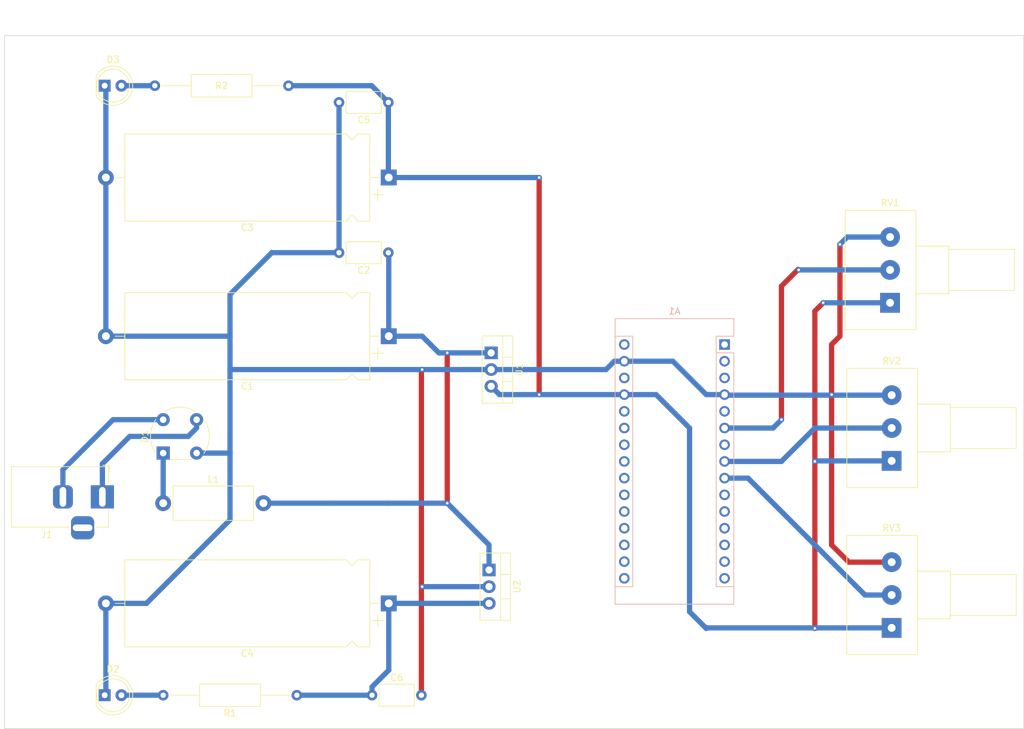
<source format=kicad_pcb>
(kicad_pcb (version 20211014) (generator pcbnew)
  (layers (0 "F.Cu" signal) (31 "B.Cu" signal) (34 "B.Paste" user) (35 "F.Paste" user) (36 "B.SilkS" user "B.Silkscreen") (37 "F.SilkS" user "F.Silkscreen") (38 "B.Mask" user) (39 "F.Mask" user) (44 "Edge.Cuts" user))
  (net 0 "")
  (net 1 "Net-(C1-Pad1)")
  (net 2 "/Unità Alimentazione/GND-Pow")
  (net 3 "/Unità Alimentazione/5V-CPU")
  (net 5 "/Unità CPU/Pot1")
  (net 6 "/Unità Alimentazione/5V-SERVO")
  (net 9 "Net-(D2-Pad2)")
  (net 10 "Net-(D3-Pad2)")
  (net 13 "/Unità CPU/Pot2")
  (net 14 "/Unità CPU/Pot3")
  (net 34 "Net-(D1-Pad1)")
  (net 35 "Net-(D1-Pad3)")
  (net 36 "Net-(D1-Pad4)")
  (footprint "Diode_THT:Diode_Bridge_Round_D8.9mm" (layer "F.Cu") (at 58.42 88.9 90)
    (fp_text reference "D1" (at 2.54 -2.794 90) (layer "F.SilkS"))
    (fp_text value "D_Bridge_+-AA")
    (fp_line (start -1 1.2) (end -1 4.4) (layer "F.SilkS") (width 0.12))
    (fp_arc (start 5.08 6.223) (mid 2.508164 7.013821) (end -0.052157 6.186479) (layer "F.SilkS") (width 0.12))
    (fp_arc (start 6.35 0.254) (mid 6.983184 2.54281) (end 6.347105 4.830818) (layer "F.SilkS") (width 0.12))
    (fp_arc (start 0 -1.143) (mid 2.571836 -1.933821) (end 5.132157 -1.106479) (layer "F.SilkS") (width 0.12))
    (pad "1" thru_hole rect (at 0 0 90) (size 2 2) (drill 1) (layers *.Cu *.Mask) (net 34 "Net-(D1-Pad1)"))
    (pad "2" thru_hole oval (at 0 5.08 90) (size 2 2) (drill 1) (layers *.Cu *.Mask) (net 2 "/Unità Alimentazione/GND-Pow"))
    (pad "3" thru_hole oval (at 5.08 5.08 90) (size 2 2) (drill 1) (layers *.Cu *.Mask) (net 35 "Net-(D1-Pad3)"))
    (pad "4" thru_hole oval (at 5.08 0 90) (size 2 2) (drill 1) (layers *.Cu *.Mask) (net 36 "Net-(D1-Pad4)"))
  )
  (footprint "Package_TO_SOT_THT:TO-220-3_Vertical" (layer "F.Cu") (at 108.275 73.66 -90)
    (fp_text reference "U1" (at 2.54 -4.27 90) (layer "F.SilkS"))
    (fp_text value "LM7805_TO220")
    (fp_line (start 4.391 -3.27) (end 4.391 -1.76) (layer "F.SilkS") (width 0.12))
    (fp_line (start 7.66 -3.27) (end 7.66 1.371) (layer "F.SilkS") (width 0.12))
    (fp_line (start -2.58 -3.27) (end -2.58 1.371) (layer "F.SilkS") (width 0.12))
    (fp_line (start -2.58 -1.76) (end 7.66 -1.76) (layer "F.SilkS") (width 0.12))
    (fp_line (start 0.69 -3.27) (end 0.69 -1.76) (layer "F.SilkS") (width 0.12))
    (fp_line (start -2.58 -3.27) (end 7.66 -3.27) (layer "F.SilkS") (width 0.12))
    (fp_line (start -2.58 1.371) (end 7.66 1.371) (layer "F.SilkS") (width 0.12))
    (pad "1" thru_hole rect (at 0 0 270) (size 1.905 2) (drill 1.1) (layers *.Cu *.Mask) (net 1 "Net-(C1-Pad1)"))
    (pad "2" thru_hole oval (at 2.54 0 270) (size 1.905 2) (drill 1.1) (layers *.Cu *.Mask) (net 2 "/Unità Alimentazione/GND-Pow"))
    (pad "3" thru_hole oval (at 5.08 0 270) (size 1.905 2) (drill 1.1) (layers *.Cu *.Mask) (net 3 "/Unità Alimentazione/5V-CPU"))
  )
  (footprint "LED_THT:LED_D5.0mm" (layer "F.Cu") (at 49.53 125.73)
    (fp_text reference "D2" (at 1.27 -3.96) (layer "F.SilkS"))
    (fp_text value "LED Verde")
    (fp_line (start -1.29 -1.545) (end -1.29 1.545) (layer "F.SilkS") (width 0.12))
    (fp_arc (start -1.29 -1.54483) (mid 2.072002 -2.880433) (end 4.26 0.000462) (layer "F.SilkS") (width 0.12))
    (fp_arc (start 4.26 -0.000462) (mid 2.072002 2.880433) (end -1.29 1.54483) (layer "F.SilkS") (width 0.12))
    (fp_circle (center 1.27 0) (end 3.77 0) (layer "F.SilkS") (width 0.12) (fill none))
    (pad "1" thru_hole rect (at 0 0) (size 1.8 1.8) (drill 0.9) (layers *.Cu *.Mask) (net 2 "/Unità Alimentazione/GND-Pow"))
    (pad "2" thru_hole circle (at 2.54 0) (size 1.8 1.8) (drill 0.9) (layers *.Cu *.Mask) (net 9 "Net-(D2-Pad2)"))
  )
  (footprint "LED_THT:LED_D5.0mm" (layer "F.Cu") (at 49.53 33.02)
    (fp_text reference "D3" (at 1.27 -3.96) (layer "F.SilkS"))
    (fp_text value "LED Rosso")
    (fp_line (start -1.29 -1.545) (end -1.29 1.545) (layer "F.SilkS") (width 0.12))
    (fp_arc (start -1.29 -1.54483) (mid 2.072002 -2.880433) (end 4.26 0.000462) (layer "F.SilkS") (width 0.12))
    (fp_arc (start 4.26 -0.000462) (mid 2.072002 2.880433) (end -1.29 1.54483) (layer "F.SilkS") (width 0.12))
    (fp_circle (center 1.27 0) (end 3.77 0) (layer "F.SilkS") (width 0.12) (fill none))
    (pad "1" thru_hole rect (at 0 0) (size 1.8 1.8) (drill 0.9) (layers *.Cu *.Mask) (net 2 "/Unità Alimentazione/GND-Pow"))
    (pad "2" thru_hole circle (at 2.54 0) (size 1.8 1.8) (drill 0.9) (layers *.Cu *.Mask) (net 10 "Net-(D3-Pad2)"))
  )
  (footprint "Capacitor_THT:C_Axial_L5.1mm_D3.1mm_P7.50mm_Horizontal" (layer "F.Cu") (at 90.17 125.73)
    (fp_text reference "C6" (at 3.75 -2.67) (layer "F.SilkS"))
    (fp_text value "C")
    (fp_line (start 6.42 -1.67) (end 1.08 -1.67) (layer "F.SilkS") (width 0.12))
    (fp_line (start 1.08 1.67) (end 6.42 1.67) (layer "F.SilkS") (width 0.12))
    (fp_line (start 1.08 -1.67) (end 1.08 1.67) (layer "F.SilkS") (width 0.12))
    (fp_line (start 6.46 0) (end 6.42 0) (layer "F.SilkS") (width 0.12))
    (fp_line (start 1.04 0) (end 1.08 0) (layer "F.SilkS") (width 0.12))
    (fp_line (start 6.42 1.67) (end 6.42 -1.67) (layer "F.SilkS") (width 0.12))
    (pad "1" thru_hole circle (at 0 0) (size 1.6 1.6) (drill 0.8) (layers *.Cu *.Mask) (net 6 "/Unità Alimentazione/5V-SERVO"))
    (pad "2" thru_hole oval (at 7.5 0) (size 1.6 1.6) (drill 0.8) (layers *.Cu *.Mask) (net 2 "/Unità Alimentazione/GND-Pow"))
  )
  (footprint "Resistor_THT:R_Axial_DIN0309_L9.0mm_D3.2mm_P20.32mm_Horizontal" (layer "F.Cu") (at 78.74 125.73 180)
    (fp_text reference "R1" (at 10.16 -2.72) (layer "F.SilkS"))
    (fp_text value "R")
    (fp_line (start 5.54 -1.72) (end 5.54 1.72) (layer "F.SilkS") (width 0.12))
    (fp_line (start 1.04 0) (end 5.54 0) (layer "F.SilkS") (width 0.12))
    (fp_line (start 19.28 0) (end 14.78 0) (layer "F.SilkS") (width 0.12))
    (fp_line (start 5.54 1.72) (end 14.78 1.72) (layer "F.SilkS") (width 0.12))
    (fp_line (start 14.78 1.72) (end 14.78 -1.72) (layer "F.SilkS") (width 0.12))
    (fp_line (start 14.78 -1.72) (end 5.54 -1.72) (layer "F.SilkS") (width 0.12))
    (pad "1" thru_hole circle (at 0 0 180) (size 1.6 1.6) (drill 0.8) (layers *.Cu *.Mask) (net 6 "/Unità Alimentazione/5V-SERVO"))
    (pad "2" thru_hole oval (at 20.32 0 180) (size 1.6 1.6) (drill 0.8) (layers *.Cu *.Mask) (net 9 "Net-(D2-Pad2)"))
  )
  (footprint "Capacitor_THT:CP_Axial_L37.0mm_D13.0mm_P43.00mm_Horizontal" (layer "F.Cu") (at 92.71 111.76 180)
    (fp_text reference "C4" (at 21.5 -7.62) (layer "F.SilkS"))
    (fp_text value "C_Polarized")
    (fp_line (start 40.12 -6.62) (end 40.12 6.62) (layer "F.SilkS") (width 0.12))
    (fp_line (start 6.48 6.62) (end 40.12 6.62) (layer "F.SilkS") (width 0.12))
    (fp_line (start 41.56 0) (end 40.12 0) (layer "F.SilkS") (width 0.12))
    (fp_line (start 1.68 -3.5) (end 1.68 -1.7) (layer "F.SilkS") (width 0.12))
    (fp_line (start 2.88 -6.62) (end 4.68 -6.62) (layer "F.SilkS") (width 0.12))
    (fp_line (start 6.48 -6.62) (end 40.12 -6.62) (layer "F.SilkS") (width 0.12))
    (fp_line (start 5.58 5.72) (end 6.48 6.62) (layer "F.SilkS") (width 0.12))
    (fp_line (start 2.88 6.62) (end 4.68 6.62) (layer "F.SilkS") (width 0.12))
    (fp_line (start 2.88 -6.62) (end 2.88 6.62) (layer "F.SilkS") (width 0.12))
    (fp_line (start 5.58 -5.72) (end 6.48 -6.62) (layer "F.SilkS") (width 0.12))
    (fp_line (start 1.44 0) (end 2.88 0) (layer "F.SilkS") (width 0.12))
    (fp_line (start 4.68 -6.62) (end 5.58 -5.72) (layer "F.SilkS") (width 0.12))
    (fp_line (start 0.78 -2.6) (end 2.58 -2.6) (layer "F.SilkS") (width 0.12))
    (fp_line (start 4.68 6.62) (end 5.58 5.72) (layer "F.SilkS") (width 0.12))
    (pad "1" thru_hole rect (at 0 0 180) (size 2.4 2.4) (drill 1.2) (layers *.Cu *.Mask) (net 6 "/Unità Alimentazione/5V-SERVO"))
    (pad "2" thru_hole oval (at 43 0 180) (size 2.4 2.4) (drill 1.2) (layers *.Cu *.Mask) (net 2 "/Unità Alimentazione/GND-Pow"))
  )
  (footprint "Capacitor_THT:C_Axial_L5.1mm_D3.1mm_P7.50mm_Horizontal" (layer "F.Cu") (at 92.65 58.42 180)
    (fp_text reference "C2" (at 3.75 -2.67) (layer "F.SilkS"))
    (fp_text value "C")
    (fp_line (start 6.42 -1.67) (end 1.08 -1.67) (layer "F.SilkS") (width 0.12))
    (fp_line (start 6.46 0) (end 6.42 0) (layer "F.SilkS") (width 0.12))
    (fp_line (start 1.04 0) (end 1.08 0) (layer "F.SilkS") (width 0.12))
    (fp_line (start 6.42 1.67) (end 6.42 -1.67) (layer "F.SilkS") (width 0.12))
    (fp_line (start 1.08 -1.67) (end 1.08 1.67) (layer "F.SilkS") (width 0.12))
    (fp_line (start 1.08 1.67) (end 6.42 1.67) (layer "F.SilkS") (width 0.12))
    (pad "1" thru_hole circle (at 0 0 180) (size 1.6 1.6) (drill 0.8) (layers *.Cu *.Mask) (net 1 "Net-(C1-Pad1)"))
    (pad "2" thru_hole oval (at 7.5 0 180) (size 1.6 1.6) (drill 0.8) (layers *.Cu *.Mask) (net 2 "/Unità Alimentazione/GND-Pow"))
  )
  (footprint "Inductor_THT:L_Axial_L12.0mm_D5.0mm_P15.24mm_Horizontal_Fastron_MISC" (layer "F.Cu") (at 58.42 96.52)
    (fp_text reference "L1" (at 7.62 -3.62) (layer "F.SilkS"))
    (fp_text value "L")
    (fp_line (start 13.74 -2.62) (end 1.5 -2.62) (layer "F.SilkS") (width 0.12))
    (fp_line (start 1.5 2.62) (end 13.74 2.62) (layer "F.SilkS") (width 0.12))
    (fp_line (start 1.44 0) (end 1.5 0) (layer "F.SilkS") (width 0.12))
    (fp_line (start 13.8 0) (end 13.74 0) (layer "F.SilkS") (width 0.12))
    (fp_line (start 1.5 -2.62) (end 1.5 2.62) (layer "F.SilkS") (width 0.12))
    (fp_line (start 13.74 2.62) (end 13.74 -2.62) (layer "F.SilkS") (width 0.12))
    (pad "1" thru_hole circle (at 0 0) (size 2.4 2.4) (drill 1.2) (layers *.Cu *.Mask) (net 34 "Net-(D1-Pad1)"))
    (pad "2" thru_hole oval (at 15.24 0) (size 2.4 2.4) (drill 1.2) (layers *.Cu *.Mask) (net 1 "Net-(C1-Pad1)"))
  )
  (footprint "Connector_BarrelJack:BarrelJack_Horizontal" (layer "F.Cu") (at 49.18 95.5625)
    (fp_text reference "J1" (at -8.45 5.75) (layer "F.SilkS"))
    (fp_text value "Barrel_Jack_MountingPin")
    (fp_line (start 0.9 1.9) (end 0.9 4.6) (layer "F.SilkS") (width 0.12))
    (fp_line (start 0.9 -4.6) (end 0.9 -2) (layer "F.SilkS") (width 0.12))
    (fp_line (start 0.9 4.6) (end -1 4.6) (layer "F.SilkS") (width 0.12))
    (fp_line (start -13.8 4.6) (end -13.8 -4.6) (layer "F.SilkS") (width 0.12))
    (fp_line (start -5 4.6) (end -13.8 4.6) (layer "F.SilkS") (width 0.12))
    (fp_line (start -13.8 -4.6) (end 0.9 -4.6) (layer "F.SilkS") (width 0.12))
    (fp_line (start 1.1 -3.75) (end 1.1 -4.8) (layer "F.SilkS") (width 0.12))
    (fp_line (start 0.05 -4.8) (end 1.1 -4.8) (layer "F.SilkS") (width 0.12))
    (pad "1" thru_hole rect (at 0 0) (size 3.5 3.5) (drill oval 1 3) (layers *.Cu *.Mask) (net 35 "Net-(D1-Pad3)"))
    (pad "2" thru_hole roundrect (at -6 0) (size 3 3.5) (drill oval 1 3) (layers *.Cu *.Mask) (net 36 "Net-(D1-Pad4)"))
    (pad "3" thru_hole roundrect (at -3 4.7) (size 3.5 3.5) (drill oval 3 1) (layers *.Cu *.Mask))
  )
  (footprint "Capacitor_THT:C_Axial_L5.1mm_D3.1mm_P7.50mm_Horizontal" (layer "F.Cu") (at 92.65 35.56 180)
    (fp_text reference "C5" (at 3.75 -2.67) (layer "F.SilkS"))
    (fp_text value "C")
    (fp_line (start 1.04 0) (end 1.08 0) (layer "F.SilkS") (width 0.12))
    (fp_line (start 1.08 1.67) (end 6.42 1.67) (layer "F.SilkS") (width 0.12))
    (fp_line (start 6.46 0) (end 6.42 0) (layer "F.SilkS") (width 0.12))
    (fp_line (start 6.42 -1.67) (end 1.08 -1.67) (layer "F.SilkS") (width 0.12))
    (fp_line (start 1.08 -1.67) (end 1.08 1.67) (layer "F.SilkS") (width 0.12))
    (fp_line (start 6.42 1.67) (end 6.42 -1.67) (layer "F.SilkS") (width 0.12))
    (pad "1" thru_hole circle (at 0 0 180) (size 1.6 1.6) (drill 0.8) (layers *.Cu *.Mask) (net 3 "/Unità Alimentazione/5V-CPU"))
    (pad "2" thru_hole oval (at 7.5 0 180) (size 1.6 1.6) (drill 0.8) (layers *.Cu *.Mask) (net 2 "/Unità Alimentazione/GND-Pow"))
  )
  (footprint "Potentiometer_THT:Potentiometer_Alps_RK163_Single_Horizontal" (layer "F.Cu") (at 168.91 66.04 180)
    (fp_text reference "RV1" (at 0 15.2) (layer "F.SilkS"))
    (fp_text value "R_Potentiometer")
    (fp_line (start -3.92 8.62) (end -8.92 8.62) (layer "F.SilkS") (width 0.12))
    (fp_line (start -8.92 8.12) (end -18.92 8.12) (layer "F.SilkS") (width 0.12))
    (fp_line (start 6.82 14.07) (end -3.92 14.07) (layer "F.SilkS") (width 0.12))
    (fp_line (start -8.92 1.88) (end -18.92 1.88) (layer "F.SilkS") (width 0.12))
    (fp_line (start -3.92 1.38) (end -8.92 1.38) (layer "F.SilkS") (width 0.12))
    (fp_line (start -8.92 8.62) (end -8.92 1.38) (layer "F.SilkS") (width 0.12))
    (fp_line (start 6.82 14.07) (end 6.82 -4.07) (layer "F.SilkS") (width 0.12))
    (fp_line (start -3.92 14.07) (end -3.92 -4.07) (layer "F.SilkS") (width 0.12))
    (fp_line (start 6.82 -4.07) (end -3.92 -4.07) (layer "F.SilkS") (width 0.12))
    (fp_line (start -18.92 8.12) (end -18.92 1.88) (layer "F.SilkS") (width 0.12))
    (pad "1" thru_hole rect (at 0 0) (size 3 3) (drill 1.2) (layers *.Cu *.Mask) (net 3 "/Unità Alimentazione/5V-CPU"))
    (pad "2" thru_hole circle (at 0 5) (size 3 3) (drill 1.2) (layers *.Cu *.Mask) (net 5 "/Unità CPU/Pot1"))
    (pad "3" thru_hole circle (at 0 10) (size 3 3) (drill 1.2) (layers *.Cu *.Mask) (net 2 "/Unità Alimentazione/GND-Pow"))
  )
  (footprint "Package_TO_SOT_THT:TO-220-3_Vertical" (layer "F.Cu") (at 107.95 106.68 -90)
    (fp_text reference "U2" (at 2.54 -4.27 90) (layer "F.SilkS"))
    (fp_text value "LM7805_TO220")
    (fp_line (start -2.58 -3.27) (end -2.58 1.371) (layer "F.SilkS") (width 0.12))
    (fp_line (start -2.58 -3.27) (end 7.66 -3.27) (layer "F.SilkS") (width 0.12))
    (fp_line (start 4.391 -3.27) (end 4.391 -1.76) (layer "F.SilkS") (width 0.12))
    (fp_line (start 7.66 -3.27) (end 7.66 1.371) (layer "F.SilkS") (width 0.12))
    (fp_line (start 0.69 -3.27) (end 0.69 -1.76) (layer "F.SilkS") (width 0.12))
    (fp_line (start -2.58 1.371) (end 7.66 1.371) (layer "F.SilkS") (width 0.12))
    (fp_line (start -2.58 -1.76) (end 7.66 -1.76) (layer "F.SilkS") (width 0.12))
    (pad "1" thru_hole rect (at 0 0 270) (size 1.905 2) (drill 1.1) (layers *.Cu *.Mask) (net 1 "Net-(C1-Pad1)"))
    (pad "2" thru_hole oval (at 2.54 0 270) (size 1.905 2) (drill 1.1) (layers *.Cu *.Mask) (net 2 "/Unità Alimentazione/GND-Pow"))
    (pad "3" thru_hole oval (at 5.08 0 270) (size 1.905 2) (drill 1.1) (layers *.Cu *.Mask) (net 6 "/Unità Alimentazione/5V-SERVO"))
  )
  (footprint "Capacitor_THT:CP_Axial_L37.0mm_D13.0mm_P43.00mm_Horizontal" (layer "F.Cu") (at 92.71 46.99 180)
    (fp_text reference "C3" (at 21.5 -7.62) (layer "F.SilkS"))
    (fp_text value "C_Polarized")
    (fp_line (start 0.78 -2.6) (end 2.58 -2.6) (layer "F.SilkS") (width 0.12))
    (fp_line (start 4.68 6.62) (end 5.58 5.72) (layer "F.SilkS") (width 0.12))
    (fp_line (start 1.44 0) (end 2.88 0) (layer "F.SilkS") (width 0.12))
    (fp_line (start 6.48 -6.62) (end 40.12 -6.62) (layer "F.SilkS") (width 0.12))
    (fp_line (start 4.68 -6.62) (end 5.58 -5.72) (layer "F.SilkS") (width 0.12))
    (fp_line (start 40.12 -6.62) (end 40.12 6.62) (layer "F.SilkS") (width 0.12))
    (fp_line (start 5.58 5.72) (end 6.48 6.62) (layer "F.SilkS") (width 0.12))
    (fp_line (start 2.88 -6.62) (end 2.88 6.62) (layer "F.SilkS") (width 0.12))
    (fp_line (start 2.88 -6.62) (end 4.68 -6.62) (layer "F.SilkS") (width 0.12))
    (fp_line (start 2.88 6.62) (end 4.68 6.62) (layer "F.SilkS") (width 0.12))
    (fp_line (start 41.56 0) (end 40.12 0) (layer "F.SilkS") (width 0.12))
    (fp_line (start 6.48 6.62) (end 40.12 6.62) (layer "F.SilkS") (width 0.12))
    (fp_line (start 5.58 -5.72) (end 6.48 -6.62) (layer "F.SilkS") (width 0.12))
    (fp_line (start 1.68 -3.5) (end 1.68 -1.7) (layer "F.SilkS") (width 0.12))
    (pad "1" thru_hole rect (at 0 0 180) (size 2.4 2.4) (drill 1.2) (layers *.Cu *.Mask) (net 3 "/Unità Alimentazione/5V-CPU"))
    (pad "2" thru_hole oval (at 43 0 180) (size 2.4 2.4) (drill 1.2) (layers *.Cu *.Mask) (net 2 "/Unità Alimentazione/GND-Pow"))
  )
  (footprint "Resistor_THT:R_Axial_DIN0309_L9.0mm_D3.2mm_P20.32mm_Horizontal" (layer "F.Cu") (at 77.47 33.02 180)
    (fp_text reference "R2" (at 10.16 0) (layer "F.SilkS"))
    (fp_text value "R")
    (fp_line (start 5.54 -1.72) (end 5.54 1.72) (layer "F.SilkS") (width 0.12))
    (fp_line (start 14.78 -1.72) (end 5.54 -1.72) (layer "F.SilkS") (width 0.12))
    (fp_line (start 5.54 1.72) (end 14.78 1.72) (layer "F.SilkS") (width 0.12))
    (fp_line (start 14.78 1.72) (end 14.78 -1.72) (layer "F.SilkS") (width 0.12))
    (fp_line (start 19.28 0) (end 14.78 0) (layer "F.SilkS") (width 0.12))
    (fp_line (start 1.04 0) (end 5.54 0) (layer "F.SilkS") (width 0.12))
    (pad "1" thru_hole circle (at 0 0 180) (size 1.6 1.6) (drill 0.8) (layers *.Cu *.Mask) (net 3 "/Unità Alimentazione/5V-CPU"))
    (pad "2" thru_hole oval (at 20.32 0 180) (size 1.6 1.6) (drill 0.8) (layers *.Cu *.Mask) (net 10 "Net-(D3-Pad2)"))
  )
  (footprint "Capacitor_THT:CP_Axial_L37.0mm_D13.0mm_P43.00mm_Horizontal" (layer "F.Cu") (at 92.71 71.12 180)
    (fp_text reference "C1" (at 21.5 -7.62) (layer "F.SilkS"))
    (fp_text value "C_Polarized")
    (fp_line (start 41.56 0) (end 40.12 0) (layer "F.SilkS") (width 0.12))
    (fp_line (start 4.68 6.62) (end 5.58 5.72) (layer "F.SilkS") (width 0.12))
    (fp_line (start 1.44 0) (end 2.88 0) (layer "F.SilkS") (width 0.12))
    (fp_line (start 5.58 5.72) (end 6.48 6.62) (layer "F.SilkS") (width 0.12))
    (fp_line (start 6.48 -6.62) (end 40.12 -6.62) (layer "F.SilkS") (width 0.12))
    (fp_line (start 0.78 -2.6) (end 2.58 -2.6) (layer "F.SilkS") (width 0.12))
    (fp_line (start 40.12 -6.62) (end 40.12 6.62) (layer "F.SilkS") (width 0.12))
    (fp_line (start 2.88 -6.62) (end 4.68 -6.62) (layer "F.SilkS") (width 0.12))
    (fp_line (start 6.48 6.62) (end 40.12 6.62) (layer "F.SilkS") (width 0.12))
    (fp_line (start 5.58 -5.72) (end 6.48 -6.62) (layer "F.SilkS") (width 0.12))
    (fp_line (start 2.88 6.62) (end 4.68 6.62) (layer "F.SilkS") (width 0.12))
    (fp_line (start 1.68 -3.5) (end 1.68 -1.7) (layer "F.SilkS") (width 0.12))
    (fp_line (start 4.68 -6.62) (end 5.58 -5.72) (layer "F.SilkS") (width 0.12))
    (fp_line (start 2.88 -6.62) (end 2.88 6.62) (layer "F.SilkS") (width 0.12))
    (pad "1" thru_hole rect (at 0 0 180) (size 2.4 2.4) (drill 1.2) (layers *.Cu *.Mask) (net 1 "Net-(C1-Pad1)"))
    (pad "2" thru_hole oval (at 43 0 180) (size 2.4 2.4) (drill 1.2) (layers *.Cu *.Mask) (net 2 "/Unità Alimentazione/GND-Pow"))
  )
  (footprint "Potentiometer_THT:Potentiometer_Alps_RK163_Single_Horizontal" (layer "F.Cu") (at 169.154 115.49 180)
    (fp_text reference "RV3" (at 0 15.2) (layer "F.SilkS"))
    (fp_text value "R_Potentiometer")
    (fp_line (start 6.82 -4.07) (end -3.92 -4.07) (layer "F.SilkS") (width 0.12))
    (fp_line (start -3.92 8.62) (end -8.92 8.62) (layer "F.SilkS") (width 0.12))
    (fp_line (start -18.92 8.12) (end -18.92 1.88) (layer "F.SilkS") (width 0.12))
    (fp_line (start -8.92 1.88) (end -18.92 1.88) (layer "F.SilkS") (width 0.12))
    (fp_line (start -8.92 8.62) (end -8.92 1.38) (layer "F.SilkS") (width 0.12))
    (fp_line (start -3.92 1.38) (end -8.92 1.38) (layer "F.SilkS") (width 0.12))
    (fp_line (start -3.92 14.07) (end -3.92 -4.07) (layer "F.SilkS") (width 0.12))
    (fp_line (start 6.82 14.07) (end -3.92 14.07) (layer "F.SilkS") (width 0.12))
    (fp_line (start -8.92 8.12) (end -18.92 8.12) (layer "F.SilkS") (width 0.12))
    (fp_line (start 6.82 14.07) (end 6.82 -4.07) (layer "F.SilkS") (width 0.12))
    (pad "1" thru_hole rect (at 0 0) (size 3 3) (drill 1.2) (layers *.Cu *.Mask) (net 3 "/Unità Alimentazione/5V-CPU"))
    (pad "2" thru_hole circle (at 0 5) (size 3 3) (drill 1.2) (layers *.Cu *.Mask) (net 14 "/Unità CPU/Pot3"))
    (pad "3" thru_hole circle (at 0 10) (size 3 3) (drill 1.2) (layers *.Cu *.Mask) (net 2 "/Unità Alimentazione/GND-Pow"))
  )
  (footprint "Potentiometer_THT:Potentiometer_Alps_RK163_Single_Horizontal" (layer "F.Cu") (at 169.154 90.09 180)
    (fp_text reference "RV2" (at 0 15.2) (layer "F.SilkS"))
    (fp_text value "R_Potentiometer")
    (fp_line (start -8.92 8.12) (end -18.92 8.12) (layer "F.SilkS") (width 0.12))
    (fp_line (start 6.82 14.07) (end 6.82 -4.07) (layer "F.SilkS") (width 0.12))
    (fp_line (start -3.92 8.62) (end -8.92 8.62) (layer "F.SilkS") (width 0.12))
    (fp_line (start -3.92 14.07) (end -3.92 -4.07) (layer "F.SilkS") (width 0.12))
    (fp_line (start -8.92 8.62) (end -8.92 1.38) (layer "F.SilkS") (width 0.12))
    (fp_line (start -3.92 1.38) (end -8.92 1.38) (layer "F.SilkS") (width 0.12))
    (fp_line (start 6.82 -4.07) (end -3.92 -4.07) (layer "F.SilkS") (width 0.12))
    (fp_line (start 6.82 14.07) (end -3.92 14.07) (layer "F.SilkS") (width 0.12))
    (fp_line (start -8.92 1.88) (end -18.92 1.88) (layer "F.SilkS") (width 0.12))
    (fp_line (start -18.92 8.12) (end -18.92 1.88) (layer "F.SilkS") (width 0.12))
    (pad "1" thru_hole rect (at 0 0) (size 3 3) (drill 1.2) (layers *.Cu *.Mask) (net 3 "/Unità Alimentazione/5V-CPU"))
    (pad "2" thru_hole circle (at 0 5) (size 3 3) (drill 1.2) (layers *.Cu *.Mask) (net 13 "/Unità CPU/Pot2"))
    (pad "3" thru_hole circle (at 0 10) (size 3 3) (drill 1.2) (layers *.Cu *.Mask) (net 2 "/Unità Alimentazione/GND-Pow"))
  )
  (footprint "Module:Arduino_Nano" (layer "B.Cu") (at 143.754 72.39 180)
    (fp_text reference "A1" (at 7.62 5.08) (layer "B.SilkS") (effects (justify mirror)))
    (fp_text value "Arduino_Nano_v3.x")
    (fp_line (start 13.97 1.27) (end 13.97 -36.83) (layer "B.SilkS") (width 0.12))
    (fp_line (start 13.97 1.27) (end 16.64 1.27) (layer "B.SilkS") (width 0.12))
    (fp_line (start 13.97 -36.83) (end 16.64 -36.83) (layer "B.SilkS") (width 0.12))
    (fp_line (start 1.27 -1.27) (end -1.4 -1.27) (layer "B.SilkS") (width 0.12))
    (fp_line (start 16.64 -39.5) (end 16.64 3.94) (layer "B.SilkS") (width 0.12))
    (fp_line (start -1.4 3.94) (end -1.4 1.27) (layer "B.SilkS") (width 0.12))
    (fp_line (start 1.27 -1.27) (end 1.27 -36.83) (layer "B.SilkS") (width 0.12))
    (fp_line (start 1.27 -1.27) (end 1.27 1.27) (layer "B.SilkS") (width 0.12))
    (fp_line (start -1.4 -1.27) (end -1.4 -39.5) (layer "B.SilkS") (width 0.12))
    (fp_line (start -1.4 -39.5) (end 16.64 -39.5) (layer "B.SilkS") (width 0.12))
    (fp_line (start 1.27 1.27) (end -1.4 1.27) (layer "B.SilkS") (width 0.12))
    (fp_line (start 1.27 -36.83) (end -1.4 -36.83) (layer "B.SilkS") (width 0.12))
    (fp_line (start 16.64 3.94) (end -1.4 3.94) (layer "B.SilkS") (width 0.12))
    (pad "1" thru_hole rect (at 0 0 180) (size 1.6 1.6) (drill 1) (layers *.Cu *.Mask))
    (pad "2" thru_hole oval (at 0 -2.54 180) (size 1.6 1.6) (drill 1) (layers *.Cu *.Mask))
    (pad "3" thru_hole oval (at 0 -5.08 180) (size 1.6 1.6) (drill 1) (layers *.Cu *.Mask))
    (pad "4" thru_hole oval (at 0 -7.62 180) (size 1.6 1.6) (drill 1) (layers *.Cu *.Mask) (net 2 "/Unità Alimentazione/GND-Pow"))
    (pad "5" thru_hole oval (at 0 -10.16 180) (size 1.6 1.6) (drill 1) (layers *.Cu *.Mask))
    (pad "6" thru_hole oval (at 0 -12.7 180) (size 1.6 1.6) (drill 1) (layers *.Cu *.Mask) (net 5 "/Unità CPU/Pot1"))
    (pad "7" thru_hole oval (at 0 -15.24 180) (size 1.6 1.6) (drill 1) (layers *.Cu *.Mask))
    (pad "8" thru_hole oval (at 0 -17.78 180) (size 1.6 1.6) (drill 1) (layers *.Cu *.Mask) (net 13 "/Unità CPU/Pot2"))
    (pad "9" thru_hole oval (at 0 -20.32 180) (size 1.6 1.6) (drill 1) (layers *.Cu *.Mask) (net 14 "/Unità CPU/Pot3"))
    (pad "10" thru_hole oval (at 0 -22.86 180) (size 1.6 1.6) (drill 1) (layers *.Cu *.Mask))
    (pad "11" thru_hole oval (at 0 -25.4 180) (size 1.6 1.6) (drill 1) (layers *.Cu *.Mask))
    (pad "12" thru_hole oval (at 0 -27.94 180) (size 1.6 1.6) (drill 1) (layers *.Cu *.Mask))
    (pad "13" thru_hole oval (at 0 -30.48 180) (size 1.6 1.6) (drill 1) (layers *.Cu *.Mask))
    (pad "14" thru_hole oval (at 0 -33.02 180) (size 1.6 1.6) (drill 1) (layers *.Cu *.Mask))
    (pad "15" thru_hole oval (at 0 -35.56 180) (size 1.6 1.6) (drill 1) (layers *.Cu *.Mask))
    (pad "16" thru_hole oval (at 15.24 -35.56 180) (size 1.6 1.6) (drill 1) (layers *.Cu *.Mask))
    (pad "17" thru_hole oval (at 15.24 -33.02 180) (size 1.6 1.6) (drill 1) (layers *.Cu *.Mask))
    (pad "18" thru_hole oval (at 15.24 -30.48 180) (size 1.6 1.6) (drill 1) (layers *.Cu *.Mask))
    (pad "19" thru_hole oval (at 15.24 -27.94 180) (size 1.6 1.6) (drill 1) (layers *.Cu *.Mask))
    (pad "20" thru_hole oval (at 15.24 -25.4 180) (size 1.6 1.6) (drill 1) (layers *.Cu *.Mask))
    (pad "21" thru_hole oval (at 15.24 -22.86 180) (size 1.6 1.6) (drill 1) (layers *.Cu *.Mask))
    (pad "22" thru_hole oval (at 15.24 -20.32 180) (size 1.6 1.6) (drill 1) (layers *.Cu *.Mask))
    (pad "23" thru_hole oval (at 15.24 -17.78 180) (size 1.6 1.6) (drill 1) (layers *.Cu *.Mask))
    (pad "24" thru_hole oval (at 15.24 -15.24 180) (size 1.6 1.6) (drill 1) (layers *.Cu *.Mask))
    (pad "25" thru_hole oval (at 15.24 -12.7 180) (size 1.6 1.6) (drill 1) (layers *.Cu *.Mask))
    (pad "26" thru_hole oval (at 15.24 -10.16 180) (size 1.6 1.6) (drill 1) (layers *.Cu *.Mask))
    (pad "27" thru_hole oval (at 15.24 -7.62 180) (size 1.6 1.6) (drill 1) (layers *.Cu *.Mask) (net 3 "/Unità Alimentazione/5V-CPU"))
    (pad "28" thru_hole oval (at 15.24 -5.08 180) (size 1.6 1.6) (drill 1) (layers *.Cu *.Mask))
    (pad "29" thru_hole oval (at 15.24 -2.54 180) (size 1.6 1.6) (drill 1) (layers *.Cu *.Mask) (net 2 "/Unità Alimentazione/GND-Pow"))
    (pad "30" thru_hole oval (at 15.24 0 180) (size 1.6 1.6) (drill 1) (layers *.Cu *.Mask))
  )
  (gr_line (start 34.29 130.81) (end 34.29 25.4) (layer "Edge.Cuts") (width 0.1))
  (gr_line (start 35.56 130.81) (end 34.29 130.81) (layer "Edge.Cuts") (width 0.1))
  (gr_line (start 40.64 130.81) (end 39.37 130.81) (layer "Edge.Cuts") (width 0.1))
  (gr_line (start 39.37 130.81) (end 35.56 130.81) (layer "Edge.Cuts") (width 0.1))
  (gr_line (start 39.37 25.4) (end 176.53 25.4) (layer "Edge.Cuts") (width 0.1))
  (gr_line (start 176.53 130.81) (end 40.64 130.81) (layer "Edge.Cuts") (width 0.1))
  (gr_line (start 34.29 25.4) (end 39.37 25.4) (layer "Edge.Cuts") (width 0.1))
  (gr_line (start 189.23 130.81) (end 176.53 130.81) (layer "Edge.Cuts") (width 0.1))
  (gr_line (start 189.23 25.4) (end 189.23 130.81) (layer "Edge.Cuts") (width 0.1))
  (gr_line (start 176.53 25.4) (end 189.23 25.4) (layer "Edge.Cuts") (width 0.1))
  (segment (start 101.6 96.52) (end 101.6 73.66) (width 0.8) (layer "F.Cu") (net 1))
  (via (at 101.6 96.52) (size 0.8) (drill 0.4) (layers "F.Cu" "B.Cu") (net 1))
  (via (at 101.6 73.66) (size 0.8) (drill 0.4) (layers "F.Cu" "B.Cu") (net 1))
  (segment (start 101.6 96.52) (end 107.95 102.87) (width 0.8) (layer "B.Cu") (net 1))
  (segment (start 107.95 102.87) (end 107.95 106.68) (width 0.8) (layer "B.Cu") (net 1))
  (segment (start 83.82 96.52) (end 92.71 96.52) (width 0.8) (layer "B.Cu") (net 1))
  (segment (start 108.275 73.66) (end 100.33 73.66) (width 0.8) (layer "B.Cu") (net 1))
  (segment (start 100.33 73.66) (end 97.79 71.12) (width 0.8) (layer "B.Cu") (net 1))
  (segment (start 92.71 96.52) (end 101.6 96.52) (width 0.8) (layer "B.Cu") (net 1))
  (segment (start 97.79 71.12) (end 92.71 71.12) (width 0.8) (layer "B.Cu") (net 1))
  (segment (start 92.71 58.48) (end 92.65 58.42) (width 0.8) (layer "B.Cu") (net 1))
  (segment (start 92.71 71.12) (end 92.71 58.48) (width 0.8) (layer "B.Cu") (net 1))
  (segment (start 73.66 96.52) (end 83.82 96.52) (width 0.8) (layer "B.Cu") (net 1))
  (segment (start 97.67 76.32) (end 97.79 76.2) (width 0.8) (layer "F.Cu") (net 2))
  (segment (start 160.02 102.87) (end 160.02 80.01) (width 0.8) (layer "F.Cu") (net 2))
  (segment (start 162.64 105.49) (end 160.02 102.87) (width 0.8) (layer "F.Cu") (net 2))
  (segment (start 160.02 72.39) (end 160.02 80.01) (width 0.8) (layer "F.Cu") (net 2))
  (segment (start 97.67 125.73) (end 97.67 76.32) (width 0.8) (layer "F.Cu") (net 2))
  (segment (start 169.154 105.49) (end 162.64 105.49) (width 0.8) (layer "F.Cu") (net 2))
  (segment (start 161.29 71.12) (end 160.02 72.39) (width 0.8) (layer "F.Cu") (net 2))
  (segment (start 161.29 57.15) (end 161.29 71.12) (width 0.8) (layer "F.Cu") (net 2))
  (via (at 97.79 109.22) (size 0.8) (drill 0.4) (layers "F.Cu" "B.Cu") (net 2))
  (via (at 97.79 76.2) (size 0.8) (drill 0.4) (layers "F.Cu" "B.Cu") (net 2))
  (via (at 160.02 80.01) (size 0.8) (drill 0.4) (layers "F.Cu" "B.Cu") (net 2))
  (via (at 161.29 57.15) (size 0.8) (drill 0.4) (layers "F.Cu" "B.Cu") (net 2))
  (segment (start 168.91 56.04) (end 162.4 56.04) (width 0.8) (layer "B.Cu") (net 2))
  (segment (start 68.58 71.12) (end 68.58 64.77) (width 0.8) (layer "B.Cu") (net 2))
  (segment (start 125.73 76.2) (end 108.275 76.2) (width 0.8) (layer "B.Cu") (net 2))
  (segment (start 69.215 64.135) (end 74.93 58.42) (width 0.8) (layer "B.Cu") (net 2))
  (segment (start 68.58 88.9) (end 68.58 77.47) (width 0.8) (layer "B.Cu") (net 2))
  (segment (start 140.97 80.01) (end 135.89 74.93) (width 0.8) (layer "B.Cu") (net 2))
  (segment (start 85.15 35.56) (end 85.15 58.42) (width 0.8) (layer "B.Cu") (net 2))
  (segment (start 49.71 33.2) (end 49.53 33.02) (width 0.8) (layer "B.Cu") (net 2))
  (segment (start 128.514 74.93) (end 127 74.93) (width 0.8) (layer "B.Cu") (net 2))
  (segment (start 68.58 99.06) (end 68.58 88.9) (width 0.8) (layer "B.Cu") (net 2))
  (segment (start 143.754 80.01) (end 140.97 80.01) (width 0.8) (layer "B.Cu") (net 2))
  (segment (start 143.834 80.09) (end 143.754 80.01) (width 0.8) (layer "B.Cu") (net 2))
  (segment (start 127 74.93) (end 125.73 76.2) (width 0.8) (layer "B.Cu") (net 2))
  (segment (start 162.4 56.04) (end 161.29 57.15) (width 0.8) (layer "B.Cu") (net 2))
  (segment (start 49.71 111.76) (end 49.71 125.55) (width 0.8) (layer "B.Cu") (net 2))
  (segment (start 74.93 58.42) (end 85.15 58.42) (width 0.8) (layer "B.Cu") (net 2))
  (segment (start 68.58 77.47) (end 68.58 76.2) (width 0.8) (layer "B.Cu") (net 2))
  (segment (start 49.71 71.12) (end 49.71 33.2) (width 0.8) (layer "B.Cu") (net 2))
  (segment (start 169.154 80.09) (end 143.834 80.09) (width 0.8) (layer "B.Cu") (net 2))
  (segment (start 49.71 125.55) (end 49.53 125.73) (width 0.8) (layer "B.Cu") (net 2))
  (segment (start 55.88 111.76) (end 68.58 99.06) (width 0.8) (layer "B.Cu") (net 2))
  (segment (start 68.58 76.2) (end 68.58 71.12) (width 0.8) (layer "B.Cu") (net 2))
  (segment (start 108.275 76.2) (end 68.58 76.2) (width 0.8) (layer "B.Cu") (net 2))
  (segment (start 68.58 64.77) (end 69.215 64.135) (width 0.8) (layer "B.Cu") (net 2))
  (segment (start 135.89 74.93) (end 128.514 74.93) (width 0.8) (layer "B.Cu") (net 2))
  (segment (start 107.95 109.22) (end 97.79 109.22) (width 0.8) (layer "B.Cu") (net 2))
  (segment (start 49.71 111.76) (end 55.88 111.76) (width 0.8) (layer "B.Cu") (net 2))
  (segment (start 63.5 88.9) (end 68.58 88.9) (width 0.8) (layer "B.Cu") (net 2))
  (segment (start 49.71 71.12) (end 68.58 71.12) (width 0.8) (layer "B.Cu") (net 2))
  (segment (start 157.48 67.31) (end 157.48 115.57) (width 0.8) (layer "F.Cu") (net 3))
  (segment (start 158.75 66.04) (end 157.48 67.31) (width 0.8) (layer "F.Cu") (net 3))
  (segment (start 115.57 46.99) (end 115.57 80.01) (width 0.8) (layer "F.Cu") (net 3))
  (via (at 158.75 66.04) (size 0.8) (drill 0.4) (layers "F.Cu" "B.Cu") (net 3))
  (via (at 115.57 46.99) (size 0.8) (drill 0.4) (layers "F.Cu" "B.Cu") (net 3))
  (via (at 157.48 115.57) (size 0.8) (drill 0.4) (layers "F.Cu" "B.Cu") (net 3))
  (via (at 157.48 90.17) (size 0.8) (drill 0.4) (layers "F.Cu" "B.Cu") (net 3))
  (via (at 115.57 80.01) (size 0.8) (drill 0.4) (layers "F.Cu" "B.Cu") (net 3))
  (segment (start 138.43 85.09) (end 138.43 113.03) (width 0.8) (layer "B.Cu") (net 3))
  (segment (start 109.545 80.01) (end 108.275 78.74) (width 0.8) (layer "B.Cu") (net 3))
  (segment (start 169.154 90.09) (end 157.56 90.09) (width 0.8) (layer "B.Cu") (net 3))
  (segment (start 140.97 115.57) (end 141.05 115.49) (width 0.8) (layer "B.Cu") (net 3))
  (segment (start 77.47 33.02) (end 90.11 33.02) (width 0.8) (layer "B.Cu") (net 3))
  (segment (start 92.65 46.93) (end 92.71 46.99) (width 0.8) (layer "B.Cu") (net 3))
  (segment (start 141.05 115.49) (end 169.154 115.49) (width 0.8) (layer "B.Cu") (net 3))
  (segment (start 138.43 113.03) (end 140.97 115.57) (width 0.8) (layer "B.Cu") (net 3))
  (segment (start 92.71 46.99) (end 115.57 46.99) (width 0.8) (layer "B.Cu") (net 3))
  (segment (start 92.65 35.56) (end 92.65 46.93) (width 0.8) (layer "B.Cu") (net 3))
  (segment (start 133.35 80.01) (end 138.43 85.09) (width 0.8) (layer "B.Cu") (net 3))
  (segment (start 168.91 66.04) (end 158.75 66.04) (width 0.8) (layer "B.Cu") (net 3))
  (segment (start 128.514 80.01) (end 109.545 80.01) (width 0.8) (layer "B.Cu") (net 3))
  (segment (start 128.514 80.01) (end 133.35 80.01) (width 0.8) (layer "B.Cu") (net 3))
  (segment (start 90.11 33.02) (end 92.65 35.56) (width 0.8) (layer "B.Cu") (net 3))
  (segment (start 157.56 90.09) (end 157.48 90.17) (width 0.8) (layer "B.Cu") (net 3))
  (segment (start 154.94 60.96) (end 155.02 61.04) (width 0.8) (layer "F.Cu") (net 5))
  (segment (start 152.4 83.82) (end 152.4 63.5) (width 0.8) (layer "F.Cu") (net 5))
  (segment (start 152.4 63.5) (end 154.94 60.96) (width 0.8) (layer "F.Cu") (net 5))
  (via (at 152.4 83.82) (size 0.8) (drill 0.4) (layers "F.Cu" "B.Cu") (net 5))
  (via (at 155.02 61.04) (size 0.8) (drill 0.4) (layers "F.Cu" "B.Cu") (net 5))
  (segment (start 168.91 61.04) (end 155.02 61.04) (width 0.8) (layer "B.Cu") (net 5))
  (segment (start 143.754 85.09) (end 151.13 85.09) (width 0.8) (layer "B.Cu") (net 5))
  (segment (start 151.13 85.09) (end 152.4 83.82) (width 0.8) (layer "B.Cu") (net 5))
  (segment (start 78.74 125.73) (end 90.17 125.73) (width 0.8) (layer "B.Cu") (net 6))
  (segment (start 90.17 125.73) (end 90.17 124.46) (width 0.8) (layer "B.Cu") (net 6))
  (segment (start 92.71 121.92) (end 92.71 111.76) (width 0.8) (layer "B.Cu") (net 6))
  (segment (start 107.95 111.76) (end 92.71 111.76) (width 0.8) (layer "B.Cu") (net 6))
  (segment (start 90.17 124.46) (end 92.71 121.92) (width 0.8) (layer "B.Cu") (net 6))
  (segment (start 52.07 125.73) (end 58.42 125.73) (width 0.8) (layer "B.Cu") (net 9))
  (segment (start 52.07 33.02) (end 57.15 33.02) (width 0.8) (layer "B.Cu") (net 10))
  (segment (start 143.754 90.17) (end 152.4 90.17) (width 0.8) (layer "B.Cu") (net 13))
  (segment (start 157.48 85.09) (end 169.154 85.09) (width 0.8) (layer "B.Cu") (net 13))
  (segment (start 152.4 90.17) (end 157.48 85.09) (width 0.8) (layer "B.Cu") (net 13))
  (segment (start 165.1 110.49) (end 169.154 110.49) (width 0.8) (layer "B.Cu") (net 14))
  (segment (start 147.32 92.71) (end 165.1 110.49) (width 0.8) (layer "B.Cu") (net 14))
  (segment (start 143.754 92.71) (end 147.32 92.71) (width 0.8) (layer "B.Cu") (net 14))
  (segment (start 58.42 88.9) (end 58.42 96.52) (width 0.8) (layer "B.Cu") (net 34))
  (segment (start 63.5 85.09) (end 63.5 83.82) (width 0.8) (layer "B.Cu") (net 35))
  (segment (start 49.18 95.5625) (end 49.18 90.52) (width 0.8) (layer "B.Cu") (net 35))
  (segment (start 53.34 86.36) (end 62.23 86.36) (width 0.8) (layer "B.Cu") (net 35))
  (segment (start 49.18 90.52) (end 53.34 86.36) (width 0.8) (layer "B.Cu") (net 35))
  (segment (start 62.23 86.36) (end 63.5 85.09) (width 0.8) (layer "B.Cu") (net 35))
  (segment (start 50.8 83.82) (end 58.42 83.82) (width 0.8) (layer "B.Cu") (net 36))
  (segment (start 43.18 95.5625) (end 43.18 91.44) (width 0.8) (layer "B.Cu") (net 36))
  (segment (start 43.18 91.44) (end 50.8 83.82) (width 0.8) (layer "B.Cu") (net 36))
)
</source>
